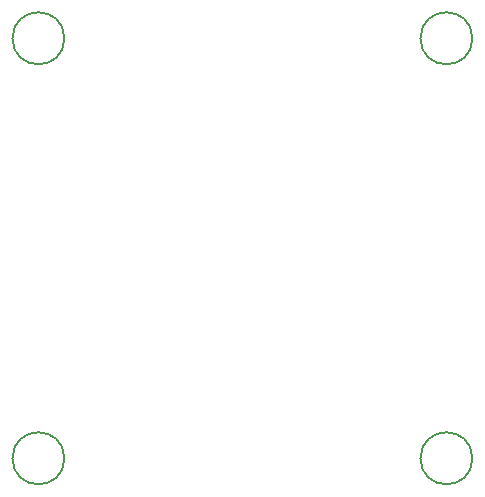
<source format=gbr>
%TF.GenerationSoftware,KiCad,Pcbnew,8.0.1*%
%TF.CreationDate,2024-08-08T22:12:17-07:00*%
%TF.ProjectId,spi_ethernet_mcu_side,7370695f-6574-4686-9572-6e65745f6d63,rev?*%
%TF.SameCoordinates,Original*%
%TF.FileFunction,Other,Comment*%
%FSLAX46Y46*%
G04 Gerber Fmt 4.6, Leading zero omitted, Abs format (unit mm)*
G04 Created by KiCad (PCBNEW 8.0.1) date 2024-08-08 22:12:17*
%MOMM*%
%LPD*%
G01*
G04 APERTURE LIST*
%ADD10C,0.150000*%
G04 APERTURE END LIST*
D10*
%TO.C,H4*%
X147996000Y-92964000D02*
G75*
G02*
X143596000Y-92964000I-2200000J0D01*
G01*
X143596000Y-92964000D02*
G75*
G02*
X147996000Y-92964000I2200000J0D01*
G01*
%TO.C,H1*%
X113452000Y-92964000D02*
G75*
G02*
X109052000Y-92964000I-2200000J0D01*
G01*
X109052000Y-92964000D02*
G75*
G02*
X113452000Y-92964000I2200000J0D01*
G01*
%TO.C,H3*%
X113452000Y-57404000D02*
G75*
G02*
X109052000Y-57404000I-2200000J0D01*
G01*
X109052000Y-57404000D02*
G75*
G02*
X113452000Y-57404000I2200000J0D01*
G01*
%TO.C,H2*%
X147996000Y-57404000D02*
G75*
G02*
X143596000Y-57404000I-2200000J0D01*
G01*
X143596000Y-57404000D02*
G75*
G02*
X147996000Y-57404000I2200000J0D01*
G01*
%TD*%
M02*

</source>
